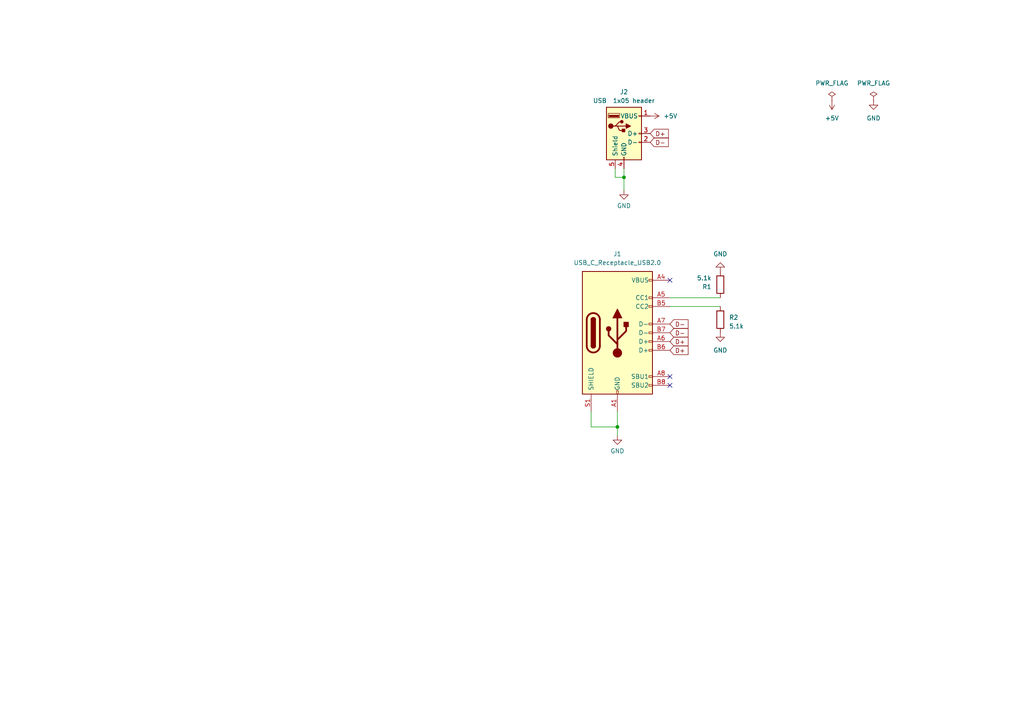
<source format=kicad_sch>
(kicad_sch (version 20230121) (generator eeschema)
  (paper "A4")
  (lib_symbols
    (symbol "Connector:USB_A" (pin_names (offset 1.016))
      (property "Reference" "J" (at -5.08 11.43 0))
      (property "Value" "USB_A" (at -5.08 8.89 0))
      (symbol "USB_A_0_1"
        (rectangle (start -5.08 -7.62) (end 5.08 7.62) (stroke (width 0.254)) (fill (type background)))
        (circle (center -3.81 2.159) (radius 0.635) (stroke (width 0.254)) (fill (type outline)))
        (rectangle (start -1.524 4.826) (end -4.318 5.334) (fill (type outline)))
        (rectangle (start -1.27 4.572) (end -4.572 5.842))
        (circle (center -0.635 3.429) (radius 0.381) (stroke (width 0.254)) (fill (type outline)))
        (rectangle (start -0.127 -7.62) (end 0.127 -6.858))
        (polyline (pts (xy -3.175 2.159) (xy -2.54 2.159) (xy -1.27 3.429) (xy -0.635 3.429)) (stroke (width 0.254)))
        (polyline (pts (xy -2.54 2.159) (xy -1.905 2.159) (xy -1.27 0.889) (xy 0 0.889)) (stroke (width 0.254)))
        (polyline (pts (xy 0.635 2.794) (xy 0.635 1.524) (xy 1.905 2.159) (xy 0.635 2.794)) (stroke (width 0.254)) (fill (type outline)))
        (rectangle (start 0.254 1.27) (end -0.508 0.508) (stroke (width 0.254)) (fill (type outline)))
        (rectangle (start 5.08 -2.667) (end 4.318 -2.413))
        (rectangle (start 5.08 -0.127) (end 4.318 0.127))
        (rectangle (start 5.08 4.953) (end 4.318 5.207))
      )
      (symbol "USB_A_1_1"
        (polyline (pts (xy -1.905 2.159) (xy 0.635 2.159)) (stroke (width 0.254)))
        (pin power_in line (at 7.62 5.08 180) (length 2.54) (name "VBUS") (number "1"))
        (pin bidirectional line (at 7.62 -2.54 180) (length 2.54) (name "D-") (number "2"))
        (pin bidirectional line (at 7.62 0 180) (length 2.54) (name "D+") (number "3"))
        (pin power_in line (at 0 -10.16 90) (length 2.54) (name "GND") (number "4"))
        (pin passive line (at -2.54 -10.16 90) (length 2.54) (name "Shield") (number "5"))
      )
    )
    (symbol "Connector:USB_C_Receptacle_USB2.0" (pin_names (offset 1.016))
      (property "Reference" "J" (at -10.16 19.05 0))
      (property "Value" "USB_C_Receptacle_USB2.0" (at 19.05 19.05 0))
      (symbol "USB_C_Receptacle_USB2.0_0_0"
        (rectangle (start -0.254 -17.78) (end 0.254 -16.764))
        (rectangle (start 10.16 -14.986) (end 9.144 -15.494))
        (rectangle (start 10.16 -12.446) (end 9.144 -12.954))
        (rectangle (start 10.16 -4.826) (end 9.144 -5.334))
        (rectangle (start 10.16 -2.286) (end 9.144 -2.794))
        (rectangle (start 10.16 0.254) (end 9.144 -0.254))
        (rectangle (start 10.16 2.794) (end 9.144 2.286))
        (rectangle (start 10.16 7.874) (end 9.144 7.366))
        (rectangle (start 10.16 10.414) (end 9.144 9.906))
        (rectangle (start 10.16 15.494) (end 9.144 14.986))
      )
      (symbol "USB_C_Receptacle_USB2.0_0_1"
        (rectangle (start -10.16 17.78) (end 10.16 -17.78) (stroke (width 0.254)) (fill (type background)))
        (arc (start -8.89 -3.81) (mid -6.985 -5.7067) (end -5.08 -3.81) (stroke (width 0.508)))
        (arc (start -7.62 -3.81) (mid -6.985 -4.4423) (end -6.35 -3.81) (stroke (width 0.254)))
        (arc (start -7.62 -3.81) (mid -6.985 -4.4423) (end -6.35 -3.81) (stroke (width 0.254)) (fill (type outline)))
        (rectangle (start -7.62 -3.81) (end -6.35 3.81) (stroke (width 0.254)) (fill (type outline)))
        (arc (start -6.35 3.81) (mid -6.985 4.4423) (end -7.62 3.81) (stroke (width 0.254)))
        (arc (start -6.35 3.81) (mid -6.985 4.4423) (end -7.62 3.81) (stroke (width 0.254)) (fill (type outline)))
        (arc (start -5.08 3.81) (mid -6.985 5.7067) (end -8.89 3.81) (stroke (width 0.508)))
        (circle (center -2.54 1.143) (radius 0.635) (stroke (width 0.254)) (fill (type outline)))
        (circle (center 0 -5.842) (radius 1.27) (fill (type outline)))
        (polyline (pts (xy -8.89 -3.81) (xy -8.89 3.81)) (stroke (width 0.508)))
        (polyline (pts (xy -5.08 3.81) (xy -5.08 -3.81)) (stroke (width 0.508)))
        (polyline (pts (xy 0 -5.842) (xy 0 4.318)) (stroke (width 0.508)))
        (polyline (pts (xy 0 -3.302) (xy -2.54 -0.762) (xy -2.54 0.508)) (stroke (width 0.508)))
        (polyline (pts (xy 0 -2.032) (xy 2.54 0.508) (xy 2.54 1.778)) (stroke (width 0.508)))
        (polyline (pts (xy -1.27 4.318) (xy 0 6.858) (xy 1.27 4.318) (xy -1.27 4.318)) (stroke (width 0.254)) (fill (type outline)))
        (rectangle (start 1.905 1.778) (end 3.175 3.048) (stroke (width 0.254)) (fill (type outline)))
      )
      (symbol "USB_C_Receptacle_USB2.0_1_1"
        (pin passive line (at 0 -22.86 90) (length 5.08) (name "GND") (number "A1"))
        (pin passive line (at 0 -22.86 90) (length 5.08) hide (name "GND") (number "A12"))
        (pin passive line (at 15.24 15.24 180) (length 5.08) (name "VBUS") (number "A4"))
        (pin bidirectional line (at 15.24 10.16 180) (length 5.08) (name "CC1") (number "A5"))
        (pin bidirectional line (at 15.24 -2.54 180) (length 5.08) (name "D+") (number "A6"))
        (pin bidirectional line (at 15.24 2.54 180) (length 5.08) (name "D-") (number "A7"))
        (pin bidirectional line (at 15.24 -12.7 180) (length 5.08) (name "SBU1") (number "A8"))
        (pin passive line (at 15.24 15.24 180) (length 5.08) hide (name "VBUS") (number "A9"))
        (pin passive line (at 0 -22.86 90) (length 5.08) hide (name "GND") (number "B1"))
        (pin passive line (at 0 -22.86 90) (length 5.08) hide (name "GND") (number "B12"))
        (pin passive line (at 15.24 15.24 180) (length 5.08) hide (name "VBUS") (number "B4"))
        (pin bidirectional line (at 15.24 7.62 180) (length 5.08) (name "CC2") (number "B5"))
        (pin bidirectional line (at 15.24 -5.08 180) (length 5.08) (name "D+") (number "B6"))
        (pin bidirectional line (at 15.24 0 180) (length 5.08) (name "D-") (number "B7"))
        (pin bidirectional line (at 15.24 -15.24 180) (length 5.08) (name "SBU2") (number "B8"))
        (pin passive line (at 15.24 15.24 180) (length 5.08) hide (name "VBUS") (number "B9"))
        (pin passive line (at -7.62 -22.86 90) (length 5.08) (name "SHIELD") (number "S1"))
      )
    )
    (symbol "Device:R" (pin_numbers hide) (pin_names (offset 0))
      (property "Reference" "R" (at 2.032 0 90))
      (property "Value" "R" (at 0 0 90))
      (symbol "R_0_1"
        (rectangle (start -1.016 -2.54) (end 1.016 2.54) (stroke (width 0.254)))
      )
      (symbol "R_1_1"
        (pin passive line (at 0 3.81 270) (length 1.27) (name "~") (number "1"))
        (pin passive line (at 0 -3.81 90) (length 1.27) (name "~") (number "2"))
      )
    )
    (symbol "power:+5V" (power) (pin_names (offset 0))
      (property "Value" "+5V" (at 0 3.556 0))
      (symbol "+5V_0_1"
        (polyline (pts (xy -0.762 1.27) (xy 0 2.54)))
        (polyline (pts (xy 0 0) (xy 0 2.54)))
        (polyline (pts (xy 0 2.54) (xy 0.762 1.27)))
      )
      (symbol "+5V_1_1"
        (pin power_in line (at 0 0 90) (length 0) hide (name "+5V") (number "1"))
      )
    )
    (symbol "power:GND" (power) (pin_names (offset 0))
      (property "Value" "GND" (at 0 -3.81 0))
      (symbol "GND_0_1"
        (polyline (pts (xy 0 0) (xy 0 -1.27) (xy 1.27 -1.27) (xy 0 -2.54) (xy -1.27 -1.27) (xy 0 -1.27)))
      )
      (symbol "GND_1_1"
        (pin power_in line (at 0 0 270) (length 0) hide (name "GND") (number "1"))
      )
    )
    (symbol "power:PWR_FLAG" (power) (pin_numbers hide) (pin_names (offset 0) hide)
      (property "Value" "PWR_FLAG" (at 0 3.81 0))
      (symbol "PWR_FLAG_0_0"
        (pin power_out line (at 0 0 90) (length 0) (name "pwr") (number "1"))
      )
      (symbol "PWR_FLAG_0_1"
        (polyline (pts (xy 0 0) (xy 0 1.27) (xy -1.016 1.905) (xy 0 2.54) (xy 1.016 1.905) (xy 0 1.27)))
      )
    )
  )
  (junction (at 180.975 51.435))
  (junction (at 179.07 123.825))
  (no_connect (at 194.31 81.28))
  (no_connect (at 194.31 109.22))
  (no_connect (at 194.31 111.76))
  (wire (pts (xy 180.975 51.435) (xy 180.975 55.245)))
  (wire (pts (xy 178.435 48.895) (xy 178.435 51.435)))
  (wire (pts (xy 194.31 88.9) (xy 208.915 88.9)))
  (wire (pts (xy 171.45 119.38) (xy 171.45 123.825)))
  (wire (pts (xy 171.45 123.825) (xy 179.07 123.825)))
  (wire (pts (xy 179.07 119.38) (xy 179.07 123.825)))
  (wire (pts (xy 178.435 51.435) (xy 180.975 51.435)))
  (wire (pts (xy 179.07 123.825) (xy 179.07 126.365)))
  (wire (pts (xy 180.975 48.895) (xy 180.975 51.435)))
  (wire (pts (xy 194.31 86.36) (xy 208.915 86.36)))
  (global_label "D-" (shape input) (at 194.31 93.98 0) (property "Intersheetrefs" "${INTERSHEET_REFS}" (effects hide)))
  (global_label "D-" (shape input) (at 188.595 41.275 0) (property "Intersheetrefs" "${INTERSHEET_REFS}" (effects hide)))
  (global_label "D+" (shape input) (at 194.31 99.06 0) (property "Intersheetrefs" "${INTERSHEET_REFS}" (effects hide)))
  (global_label "D+" (shape input) (at 188.595 38.735 0) (property "Intersheetrefs" "${INTERSHEET_REFS}" (effects hide)))
  (global_label "D-" (shape input) (at 194.31 96.52 0) (property "Intersheetrefs" "${INTERSHEET_REFS}" (effects hide)))
  (global_label "D+" (shape input) (at 194.31 101.6 0) (property "Intersheetrefs" "${INTERSHEET_REFS}" (effects hide)))
  (symbol (lib_id "power:GND") (at 208.915 96.52 0) (unit 1)
    (property "Reference" "#PWR07" (effects hide))
    (property "Value" "GND" (at 208.915 101.6 0))
  )
  (symbol (lib_id "power:+5V") (at 188.595 33.655 270) (unit 1)
    (property "Reference" "#PWR05" (effects hide))
    (property "Value" "+5V" (at 192.405 33.655 90) (effects (justify left)))
  )
  (symbol (lib_id "Device:R") (at 208.915 82.55 180) (unit 1)
    (property "Reference" "R1" (at 206.375 83.185 0) (effects (justify left)))
    (property "Value" "5.1k" (at 206.375 80.645 0) (effects (justify left)))
    (property "Footprint" "Resistor_SMD:R_0402_1005Metric_Pad0.72x0.64mm_HandSolder" (effects hide))
    (property "LCSC" "C25905" (effects hide))
  )
  (symbol (lib_id "power:GND") (at 253.365 29.21 0) (unit 1)
    (property "Reference" "#PWR02" (effects hide))
    (property "Value" "GND" (at 253.365 34.29 0))
  )
  (symbol (lib_id "power:+5V") (at 241.3 29.21 180) (unit 1)
    (property "Reference" "#PWR03" (effects hide))
    (property "Value" "+5V" (at 241.3 34.29 0))
  )
  (symbol (lib_id "Connector:USB_A") (at 180.975 38.735 0) (unit 1)
    (property "Reference" "J2" (at 180.975 26.67 0))
    (property "Value" "USB  1x05 header" (at 180.975 29.21 0))
    (property "Footprint" "Connector_PinHeader_2.54mm:PinHeader_1x05_P2.54mm_Vertical" (effects hide))
    (property "Datasheet" " ~" (effects hide))
    (property "LCSC" "C492404" (effects hide))
  )
  (symbol (lib_id "Device:R") (at 208.915 92.71 0) (unit 1)
    (property "Reference" "R2" (at 211.455 92.075 0) (effects (justify left)))
    (property "Value" "5.1k" (at 211.455 94.615 0) (effects (justify left)))
    (property "Footprint" "Resistor_SMD:R_0402_1005Metric_Pad0.72x0.64mm_HandSolder" (effects hide))
    (property "LCSC" "C25905" (effects hide))
  )
  (symbol (lib_id "power:GND") (at 208.915 78.74 180) (unit 1)
    (property "Reference" "#PWR06" (effects hide))
    (property "Value" "GND" (at 208.915 73.66 0))
  )
  (symbol (lib_id "power:GND") (at 180.975 55.245 0) (unit 1)
    (property "Reference" "#PWR04" (effects hide))
    (property "Value" "GND" (at 180.975 59.69 0))
  )
  (symbol (lib_id "power:PWR_FLAG") (at 253.365 29.21 0) (unit 1)
    (property "Reference" "#FLG02" (effects hide))
    (property "Value" "PWR_FLAG" (at 253.365 24.13 0))
  )
  (symbol (lib_id "Connector:USB_C_Receptacle_USB2.0") (at 179.07 96.52 0) (unit 1)
    (property "Reference" "J1" (at 179.07 73.66 0))
    (property "Value" "USB_C_Receptacle_USB2.0" (at 179.07 76.2 0))
    (property "Footprint" "EasyEDA_Footprints:USB-C_SMD-TYPE-C-31-M-12" (effects hide))
    (property "Datasheet" "https://www.usb.org/sites/default/files/documents/usb_type-c.zip" (effects hide))
  )
  (symbol (lib_id "power:PWR_FLAG") (at 241.3 29.21 0) (unit 1)
    (property "Reference" "#FLG01" (effects hide))
    (property "Value" "PWR_FLAG" (at 241.3 24.13 0))
  )
  (symbol (lib_id "power:GND") (at 179.07 126.365 0) (unit 1)
    (property "Reference" "#PWR01" (effects hide))
    (property "Value" "GND" (at 179.07 130.81 0))
  )
)
</source>
